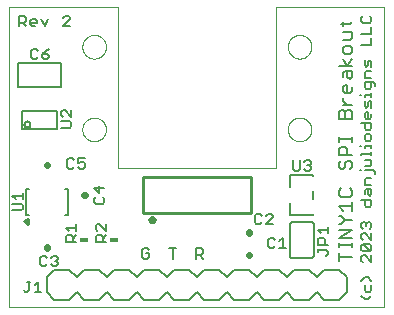
<source format=gto>
G75*
%MOIN*%
%OFA0B0*%
%FSLAX25Y25*%
%IPPOS*%
%LPD*%
%AMOC8*
5,1,8,0,0,1.08239X$1,22.5*
%
%ADD10C,0.00000*%
%ADD11C,0.00600*%
%ADD12C,0.00800*%
%ADD13C,0.02200*%
%ADD14C,0.00500*%
%ADD15C,0.01000*%
%ADD16R,0.03000X0.01800*%
D10*
X0009000Y0051500D02*
X0009000Y0151500D01*
X0045250Y0151500D01*
X0045250Y0098000D01*
X0097750Y0098000D01*
X0097750Y0151500D01*
X0134000Y0151500D01*
X0134000Y0051500D01*
X0009000Y0051500D01*
X0033313Y0110850D02*
X0033315Y0110975D01*
X0033321Y0111100D01*
X0033331Y0111224D01*
X0033345Y0111348D01*
X0033362Y0111472D01*
X0033384Y0111595D01*
X0033410Y0111717D01*
X0033439Y0111839D01*
X0033472Y0111959D01*
X0033510Y0112078D01*
X0033550Y0112197D01*
X0033595Y0112313D01*
X0033643Y0112428D01*
X0033695Y0112542D01*
X0033751Y0112654D01*
X0033810Y0112764D01*
X0033872Y0112872D01*
X0033938Y0112979D01*
X0034007Y0113083D01*
X0034080Y0113184D01*
X0034155Y0113284D01*
X0034234Y0113381D01*
X0034316Y0113475D01*
X0034401Y0113567D01*
X0034488Y0113656D01*
X0034579Y0113742D01*
X0034672Y0113825D01*
X0034768Y0113906D01*
X0034866Y0113983D01*
X0034966Y0114057D01*
X0035069Y0114128D01*
X0035174Y0114195D01*
X0035282Y0114260D01*
X0035391Y0114320D01*
X0035502Y0114378D01*
X0035615Y0114431D01*
X0035729Y0114481D01*
X0035845Y0114528D01*
X0035962Y0114570D01*
X0036081Y0114609D01*
X0036201Y0114645D01*
X0036322Y0114676D01*
X0036444Y0114704D01*
X0036566Y0114727D01*
X0036690Y0114747D01*
X0036814Y0114763D01*
X0036938Y0114775D01*
X0037063Y0114783D01*
X0037188Y0114787D01*
X0037312Y0114787D01*
X0037437Y0114783D01*
X0037562Y0114775D01*
X0037686Y0114763D01*
X0037810Y0114747D01*
X0037934Y0114727D01*
X0038056Y0114704D01*
X0038178Y0114676D01*
X0038299Y0114645D01*
X0038419Y0114609D01*
X0038538Y0114570D01*
X0038655Y0114528D01*
X0038771Y0114481D01*
X0038885Y0114431D01*
X0038998Y0114378D01*
X0039109Y0114320D01*
X0039219Y0114260D01*
X0039326Y0114195D01*
X0039431Y0114128D01*
X0039534Y0114057D01*
X0039634Y0113983D01*
X0039732Y0113906D01*
X0039828Y0113825D01*
X0039921Y0113742D01*
X0040012Y0113656D01*
X0040099Y0113567D01*
X0040184Y0113475D01*
X0040266Y0113381D01*
X0040345Y0113284D01*
X0040420Y0113184D01*
X0040493Y0113083D01*
X0040562Y0112979D01*
X0040628Y0112872D01*
X0040690Y0112764D01*
X0040749Y0112654D01*
X0040805Y0112542D01*
X0040857Y0112428D01*
X0040905Y0112313D01*
X0040950Y0112197D01*
X0040990Y0112078D01*
X0041028Y0111959D01*
X0041061Y0111839D01*
X0041090Y0111717D01*
X0041116Y0111595D01*
X0041138Y0111472D01*
X0041155Y0111348D01*
X0041169Y0111224D01*
X0041179Y0111100D01*
X0041185Y0110975D01*
X0041187Y0110850D01*
X0041185Y0110725D01*
X0041179Y0110600D01*
X0041169Y0110476D01*
X0041155Y0110352D01*
X0041138Y0110228D01*
X0041116Y0110105D01*
X0041090Y0109983D01*
X0041061Y0109861D01*
X0041028Y0109741D01*
X0040990Y0109622D01*
X0040950Y0109503D01*
X0040905Y0109387D01*
X0040857Y0109272D01*
X0040805Y0109158D01*
X0040749Y0109046D01*
X0040690Y0108936D01*
X0040628Y0108828D01*
X0040562Y0108721D01*
X0040493Y0108617D01*
X0040420Y0108516D01*
X0040345Y0108416D01*
X0040266Y0108319D01*
X0040184Y0108225D01*
X0040099Y0108133D01*
X0040012Y0108044D01*
X0039921Y0107958D01*
X0039828Y0107875D01*
X0039732Y0107794D01*
X0039634Y0107717D01*
X0039534Y0107643D01*
X0039431Y0107572D01*
X0039326Y0107505D01*
X0039218Y0107440D01*
X0039109Y0107380D01*
X0038998Y0107322D01*
X0038885Y0107269D01*
X0038771Y0107219D01*
X0038655Y0107172D01*
X0038538Y0107130D01*
X0038419Y0107091D01*
X0038299Y0107055D01*
X0038178Y0107024D01*
X0038056Y0106996D01*
X0037934Y0106973D01*
X0037810Y0106953D01*
X0037686Y0106937D01*
X0037562Y0106925D01*
X0037437Y0106917D01*
X0037312Y0106913D01*
X0037188Y0106913D01*
X0037063Y0106917D01*
X0036938Y0106925D01*
X0036814Y0106937D01*
X0036690Y0106953D01*
X0036566Y0106973D01*
X0036444Y0106996D01*
X0036322Y0107024D01*
X0036201Y0107055D01*
X0036081Y0107091D01*
X0035962Y0107130D01*
X0035845Y0107172D01*
X0035729Y0107219D01*
X0035615Y0107269D01*
X0035502Y0107322D01*
X0035391Y0107380D01*
X0035281Y0107440D01*
X0035174Y0107505D01*
X0035069Y0107572D01*
X0034966Y0107643D01*
X0034866Y0107717D01*
X0034768Y0107794D01*
X0034672Y0107875D01*
X0034579Y0107958D01*
X0034488Y0108044D01*
X0034401Y0108133D01*
X0034316Y0108225D01*
X0034234Y0108319D01*
X0034155Y0108416D01*
X0034080Y0108516D01*
X0034007Y0108617D01*
X0033938Y0108721D01*
X0033872Y0108828D01*
X0033810Y0108936D01*
X0033751Y0109046D01*
X0033695Y0109158D01*
X0033643Y0109272D01*
X0033595Y0109387D01*
X0033550Y0109503D01*
X0033510Y0109622D01*
X0033472Y0109741D01*
X0033439Y0109861D01*
X0033410Y0109983D01*
X0033384Y0110105D01*
X0033362Y0110228D01*
X0033345Y0110352D01*
X0033331Y0110476D01*
X0033321Y0110600D01*
X0033315Y0110725D01*
X0033313Y0110850D01*
X0033313Y0138410D02*
X0033315Y0138535D01*
X0033321Y0138660D01*
X0033331Y0138784D01*
X0033345Y0138908D01*
X0033362Y0139032D01*
X0033384Y0139155D01*
X0033410Y0139277D01*
X0033439Y0139399D01*
X0033472Y0139519D01*
X0033510Y0139638D01*
X0033550Y0139757D01*
X0033595Y0139873D01*
X0033643Y0139988D01*
X0033695Y0140102D01*
X0033751Y0140214D01*
X0033810Y0140324D01*
X0033872Y0140432D01*
X0033938Y0140539D01*
X0034007Y0140643D01*
X0034080Y0140744D01*
X0034155Y0140844D01*
X0034234Y0140941D01*
X0034316Y0141035D01*
X0034401Y0141127D01*
X0034488Y0141216D01*
X0034579Y0141302D01*
X0034672Y0141385D01*
X0034768Y0141466D01*
X0034866Y0141543D01*
X0034966Y0141617D01*
X0035069Y0141688D01*
X0035174Y0141755D01*
X0035282Y0141820D01*
X0035391Y0141880D01*
X0035502Y0141938D01*
X0035615Y0141991D01*
X0035729Y0142041D01*
X0035845Y0142088D01*
X0035962Y0142130D01*
X0036081Y0142169D01*
X0036201Y0142205D01*
X0036322Y0142236D01*
X0036444Y0142264D01*
X0036566Y0142287D01*
X0036690Y0142307D01*
X0036814Y0142323D01*
X0036938Y0142335D01*
X0037063Y0142343D01*
X0037188Y0142347D01*
X0037312Y0142347D01*
X0037437Y0142343D01*
X0037562Y0142335D01*
X0037686Y0142323D01*
X0037810Y0142307D01*
X0037934Y0142287D01*
X0038056Y0142264D01*
X0038178Y0142236D01*
X0038299Y0142205D01*
X0038419Y0142169D01*
X0038538Y0142130D01*
X0038655Y0142088D01*
X0038771Y0142041D01*
X0038885Y0141991D01*
X0038998Y0141938D01*
X0039109Y0141880D01*
X0039219Y0141820D01*
X0039326Y0141755D01*
X0039431Y0141688D01*
X0039534Y0141617D01*
X0039634Y0141543D01*
X0039732Y0141466D01*
X0039828Y0141385D01*
X0039921Y0141302D01*
X0040012Y0141216D01*
X0040099Y0141127D01*
X0040184Y0141035D01*
X0040266Y0140941D01*
X0040345Y0140844D01*
X0040420Y0140744D01*
X0040493Y0140643D01*
X0040562Y0140539D01*
X0040628Y0140432D01*
X0040690Y0140324D01*
X0040749Y0140214D01*
X0040805Y0140102D01*
X0040857Y0139988D01*
X0040905Y0139873D01*
X0040950Y0139757D01*
X0040990Y0139638D01*
X0041028Y0139519D01*
X0041061Y0139399D01*
X0041090Y0139277D01*
X0041116Y0139155D01*
X0041138Y0139032D01*
X0041155Y0138908D01*
X0041169Y0138784D01*
X0041179Y0138660D01*
X0041185Y0138535D01*
X0041187Y0138410D01*
X0041185Y0138285D01*
X0041179Y0138160D01*
X0041169Y0138036D01*
X0041155Y0137912D01*
X0041138Y0137788D01*
X0041116Y0137665D01*
X0041090Y0137543D01*
X0041061Y0137421D01*
X0041028Y0137301D01*
X0040990Y0137182D01*
X0040950Y0137063D01*
X0040905Y0136947D01*
X0040857Y0136832D01*
X0040805Y0136718D01*
X0040749Y0136606D01*
X0040690Y0136496D01*
X0040628Y0136388D01*
X0040562Y0136281D01*
X0040493Y0136177D01*
X0040420Y0136076D01*
X0040345Y0135976D01*
X0040266Y0135879D01*
X0040184Y0135785D01*
X0040099Y0135693D01*
X0040012Y0135604D01*
X0039921Y0135518D01*
X0039828Y0135435D01*
X0039732Y0135354D01*
X0039634Y0135277D01*
X0039534Y0135203D01*
X0039431Y0135132D01*
X0039326Y0135065D01*
X0039218Y0135000D01*
X0039109Y0134940D01*
X0038998Y0134882D01*
X0038885Y0134829D01*
X0038771Y0134779D01*
X0038655Y0134732D01*
X0038538Y0134690D01*
X0038419Y0134651D01*
X0038299Y0134615D01*
X0038178Y0134584D01*
X0038056Y0134556D01*
X0037934Y0134533D01*
X0037810Y0134513D01*
X0037686Y0134497D01*
X0037562Y0134485D01*
X0037437Y0134477D01*
X0037312Y0134473D01*
X0037188Y0134473D01*
X0037063Y0134477D01*
X0036938Y0134485D01*
X0036814Y0134497D01*
X0036690Y0134513D01*
X0036566Y0134533D01*
X0036444Y0134556D01*
X0036322Y0134584D01*
X0036201Y0134615D01*
X0036081Y0134651D01*
X0035962Y0134690D01*
X0035845Y0134732D01*
X0035729Y0134779D01*
X0035615Y0134829D01*
X0035502Y0134882D01*
X0035391Y0134940D01*
X0035281Y0135000D01*
X0035174Y0135065D01*
X0035069Y0135132D01*
X0034966Y0135203D01*
X0034866Y0135277D01*
X0034768Y0135354D01*
X0034672Y0135435D01*
X0034579Y0135518D01*
X0034488Y0135604D01*
X0034401Y0135693D01*
X0034316Y0135785D01*
X0034234Y0135879D01*
X0034155Y0135976D01*
X0034080Y0136076D01*
X0034007Y0136177D01*
X0033938Y0136281D01*
X0033872Y0136388D01*
X0033810Y0136496D01*
X0033751Y0136606D01*
X0033695Y0136718D01*
X0033643Y0136832D01*
X0033595Y0136947D01*
X0033550Y0137063D01*
X0033510Y0137182D01*
X0033472Y0137301D01*
X0033439Y0137421D01*
X0033410Y0137543D01*
X0033384Y0137665D01*
X0033362Y0137788D01*
X0033345Y0137912D01*
X0033331Y0138036D01*
X0033321Y0138160D01*
X0033315Y0138285D01*
X0033313Y0138410D01*
X0101813Y0138410D02*
X0101815Y0138535D01*
X0101821Y0138660D01*
X0101831Y0138784D01*
X0101845Y0138908D01*
X0101862Y0139032D01*
X0101884Y0139155D01*
X0101910Y0139277D01*
X0101939Y0139399D01*
X0101972Y0139519D01*
X0102010Y0139638D01*
X0102050Y0139757D01*
X0102095Y0139873D01*
X0102143Y0139988D01*
X0102195Y0140102D01*
X0102251Y0140214D01*
X0102310Y0140324D01*
X0102372Y0140432D01*
X0102438Y0140539D01*
X0102507Y0140643D01*
X0102580Y0140744D01*
X0102655Y0140844D01*
X0102734Y0140941D01*
X0102816Y0141035D01*
X0102901Y0141127D01*
X0102988Y0141216D01*
X0103079Y0141302D01*
X0103172Y0141385D01*
X0103268Y0141466D01*
X0103366Y0141543D01*
X0103466Y0141617D01*
X0103569Y0141688D01*
X0103674Y0141755D01*
X0103782Y0141820D01*
X0103891Y0141880D01*
X0104002Y0141938D01*
X0104115Y0141991D01*
X0104229Y0142041D01*
X0104345Y0142088D01*
X0104462Y0142130D01*
X0104581Y0142169D01*
X0104701Y0142205D01*
X0104822Y0142236D01*
X0104944Y0142264D01*
X0105066Y0142287D01*
X0105190Y0142307D01*
X0105314Y0142323D01*
X0105438Y0142335D01*
X0105563Y0142343D01*
X0105688Y0142347D01*
X0105812Y0142347D01*
X0105937Y0142343D01*
X0106062Y0142335D01*
X0106186Y0142323D01*
X0106310Y0142307D01*
X0106434Y0142287D01*
X0106556Y0142264D01*
X0106678Y0142236D01*
X0106799Y0142205D01*
X0106919Y0142169D01*
X0107038Y0142130D01*
X0107155Y0142088D01*
X0107271Y0142041D01*
X0107385Y0141991D01*
X0107498Y0141938D01*
X0107609Y0141880D01*
X0107719Y0141820D01*
X0107826Y0141755D01*
X0107931Y0141688D01*
X0108034Y0141617D01*
X0108134Y0141543D01*
X0108232Y0141466D01*
X0108328Y0141385D01*
X0108421Y0141302D01*
X0108512Y0141216D01*
X0108599Y0141127D01*
X0108684Y0141035D01*
X0108766Y0140941D01*
X0108845Y0140844D01*
X0108920Y0140744D01*
X0108993Y0140643D01*
X0109062Y0140539D01*
X0109128Y0140432D01*
X0109190Y0140324D01*
X0109249Y0140214D01*
X0109305Y0140102D01*
X0109357Y0139988D01*
X0109405Y0139873D01*
X0109450Y0139757D01*
X0109490Y0139638D01*
X0109528Y0139519D01*
X0109561Y0139399D01*
X0109590Y0139277D01*
X0109616Y0139155D01*
X0109638Y0139032D01*
X0109655Y0138908D01*
X0109669Y0138784D01*
X0109679Y0138660D01*
X0109685Y0138535D01*
X0109687Y0138410D01*
X0109685Y0138285D01*
X0109679Y0138160D01*
X0109669Y0138036D01*
X0109655Y0137912D01*
X0109638Y0137788D01*
X0109616Y0137665D01*
X0109590Y0137543D01*
X0109561Y0137421D01*
X0109528Y0137301D01*
X0109490Y0137182D01*
X0109450Y0137063D01*
X0109405Y0136947D01*
X0109357Y0136832D01*
X0109305Y0136718D01*
X0109249Y0136606D01*
X0109190Y0136496D01*
X0109128Y0136388D01*
X0109062Y0136281D01*
X0108993Y0136177D01*
X0108920Y0136076D01*
X0108845Y0135976D01*
X0108766Y0135879D01*
X0108684Y0135785D01*
X0108599Y0135693D01*
X0108512Y0135604D01*
X0108421Y0135518D01*
X0108328Y0135435D01*
X0108232Y0135354D01*
X0108134Y0135277D01*
X0108034Y0135203D01*
X0107931Y0135132D01*
X0107826Y0135065D01*
X0107718Y0135000D01*
X0107609Y0134940D01*
X0107498Y0134882D01*
X0107385Y0134829D01*
X0107271Y0134779D01*
X0107155Y0134732D01*
X0107038Y0134690D01*
X0106919Y0134651D01*
X0106799Y0134615D01*
X0106678Y0134584D01*
X0106556Y0134556D01*
X0106434Y0134533D01*
X0106310Y0134513D01*
X0106186Y0134497D01*
X0106062Y0134485D01*
X0105937Y0134477D01*
X0105812Y0134473D01*
X0105688Y0134473D01*
X0105563Y0134477D01*
X0105438Y0134485D01*
X0105314Y0134497D01*
X0105190Y0134513D01*
X0105066Y0134533D01*
X0104944Y0134556D01*
X0104822Y0134584D01*
X0104701Y0134615D01*
X0104581Y0134651D01*
X0104462Y0134690D01*
X0104345Y0134732D01*
X0104229Y0134779D01*
X0104115Y0134829D01*
X0104002Y0134882D01*
X0103891Y0134940D01*
X0103781Y0135000D01*
X0103674Y0135065D01*
X0103569Y0135132D01*
X0103466Y0135203D01*
X0103366Y0135277D01*
X0103268Y0135354D01*
X0103172Y0135435D01*
X0103079Y0135518D01*
X0102988Y0135604D01*
X0102901Y0135693D01*
X0102816Y0135785D01*
X0102734Y0135879D01*
X0102655Y0135976D01*
X0102580Y0136076D01*
X0102507Y0136177D01*
X0102438Y0136281D01*
X0102372Y0136388D01*
X0102310Y0136496D01*
X0102251Y0136606D01*
X0102195Y0136718D01*
X0102143Y0136832D01*
X0102095Y0136947D01*
X0102050Y0137063D01*
X0102010Y0137182D01*
X0101972Y0137301D01*
X0101939Y0137421D01*
X0101910Y0137543D01*
X0101884Y0137665D01*
X0101862Y0137788D01*
X0101845Y0137912D01*
X0101831Y0138036D01*
X0101821Y0138160D01*
X0101815Y0138285D01*
X0101813Y0138410D01*
X0101813Y0110850D02*
X0101815Y0110975D01*
X0101821Y0111100D01*
X0101831Y0111224D01*
X0101845Y0111348D01*
X0101862Y0111472D01*
X0101884Y0111595D01*
X0101910Y0111717D01*
X0101939Y0111839D01*
X0101972Y0111959D01*
X0102010Y0112078D01*
X0102050Y0112197D01*
X0102095Y0112313D01*
X0102143Y0112428D01*
X0102195Y0112542D01*
X0102251Y0112654D01*
X0102310Y0112764D01*
X0102372Y0112872D01*
X0102438Y0112979D01*
X0102507Y0113083D01*
X0102580Y0113184D01*
X0102655Y0113284D01*
X0102734Y0113381D01*
X0102816Y0113475D01*
X0102901Y0113567D01*
X0102988Y0113656D01*
X0103079Y0113742D01*
X0103172Y0113825D01*
X0103268Y0113906D01*
X0103366Y0113983D01*
X0103466Y0114057D01*
X0103569Y0114128D01*
X0103674Y0114195D01*
X0103782Y0114260D01*
X0103891Y0114320D01*
X0104002Y0114378D01*
X0104115Y0114431D01*
X0104229Y0114481D01*
X0104345Y0114528D01*
X0104462Y0114570D01*
X0104581Y0114609D01*
X0104701Y0114645D01*
X0104822Y0114676D01*
X0104944Y0114704D01*
X0105066Y0114727D01*
X0105190Y0114747D01*
X0105314Y0114763D01*
X0105438Y0114775D01*
X0105563Y0114783D01*
X0105688Y0114787D01*
X0105812Y0114787D01*
X0105937Y0114783D01*
X0106062Y0114775D01*
X0106186Y0114763D01*
X0106310Y0114747D01*
X0106434Y0114727D01*
X0106556Y0114704D01*
X0106678Y0114676D01*
X0106799Y0114645D01*
X0106919Y0114609D01*
X0107038Y0114570D01*
X0107155Y0114528D01*
X0107271Y0114481D01*
X0107385Y0114431D01*
X0107498Y0114378D01*
X0107609Y0114320D01*
X0107719Y0114260D01*
X0107826Y0114195D01*
X0107931Y0114128D01*
X0108034Y0114057D01*
X0108134Y0113983D01*
X0108232Y0113906D01*
X0108328Y0113825D01*
X0108421Y0113742D01*
X0108512Y0113656D01*
X0108599Y0113567D01*
X0108684Y0113475D01*
X0108766Y0113381D01*
X0108845Y0113284D01*
X0108920Y0113184D01*
X0108993Y0113083D01*
X0109062Y0112979D01*
X0109128Y0112872D01*
X0109190Y0112764D01*
X0109249Y0112654D01*
X0109305Y0112542D01*
X0109357Y0112428D01*
X0109405Y0112313D01*
X0109450Y0112197D01*
X0109490Y0112078D01*
X0109528Y0111959D01*
X0109561Y0111839D01*
X0109590Y0111717D01*
X0109616Y0111595D01*
X0109638Y0111472D01*
X0109655Y0111348D01*
X0109669Y0111224D01*
X0109679Y0111100D01*
X0109685Y0110975D01*
X0109687Y0110850D01*
X0109685Y0110725D01*
X0109679Y0110600D01*
X0109669Y0110476D01*
X0109655Y0110352D01*
X0109638Y0110228D01*
X0109616Y0110105D01*
X0109590Y0109983D01*
X0109561Y0109861D01*
X0109528Y0109741D01*
X0109490Y0109622D01*
X0109450Y0109503D01*
X0109405Y0109387D01*
X0109357Y0109272D01*
X0109305Y0109158D01*
X0109249Y0109046D01*
X0109190Y0108936D01*
X0109128Y0108828D01*
X0109062Y0108721D01*
X0108993Y0108617D01*
X0108920Y0108516D01*
X0108845Y0108416D01*
X0108766Y0108319D01*
X0108684Y0108225D01*
X0108599Y0108133D01*
X0108512Y0108044D01*
X0108421Y0107958D01*
X0108328Y0107875D01*
X0108232Y0107794D01*
X0108134Y0107717D01*
X0108034Y0107643D01*
X0107931Y0107572D01*
X0107826Y0107505D01*
X0107718Y0107440D01*
X0107609Y0107380D01*
X0107498Y0107322D01*
X0107385Y0107269D01*
X0107271Y0107219D01*
X0107155Y0107172D01*
X0107038Y0107130D01*
X0106919Y0107091D01*
X0106799Y0107055D01*
X0106678Y0107024D01*
X0106556Y0106996D01*
X0106434Y0106973D01*
X0106310Y0106953D01*
X0106186Y0106937D01*
X0106062Y0106925D01*
X0105937Y0106917D01*
X0105812Y0106913D01*
X0105688Y0106913D01*
X0105563Y0106917D01*
X0105438Y0106925D01*
X0105314Y0106937D01*
X0105190Y0106953D01*
X0105066Y0106973D01*
X0104944Y0106996D01*
X0104822Y0107024D01*
X0104701Y0107055D01*
X0104581Y0107091D01*
X0104462Y0107130D01*
X0104345Y0107172D01*
X0104229Y0107219D01*
X0104115Y0107269D01*
X0104002Y0107322D01*
X0103891Y0107380D01*
X0103781Y0107440D01*
X0103674Y0107505D01*
X0103569Y0107572D01*
X0103466Y0107643D01*
X0103366Y0107717D01*
X0103268Y0107794D01*
X0103172Y0107875D01*
X0103079Y0107958D01*
X0102988Y0108044D01*
X0102901Y0108133D01*
X0102816Y0108225D01*
X0102734Y0108319D01*
X0102655Y0108416D01*
X0102580Y0108516D01*
X0102507Y0108617D01*
X0102438Y0108721D01*
X0102372Y0108828D01*
X0102310Y0108936D01*
X0102251Y0109046D01*
X0102195Y0109158D01*
X0102143Y0109272D01*
X0102095Y0109387D01*
X0102050Y0109503D01*
X0102010Y0109622D01*
X0101972Y0109741D01*
X0101939Y0109861D01*
X0101910Y0109983D01*
X0101884Y0110105D01*
X0101862Y0110228D01*
X0101845Y0110352D01*
X0101831Y0110476D01*
X0101821Y0110600D01*
X0101815Y0110725D01*
X0101813Y0110850D01*
D11*
X0103540Y0100547D02*
X0103540Y0097712D01*
X0104107Y0097144D01*
X0105241Y0097144D01*
X0105809Y0097712D01*
X0105809Y0100547D01*
X0107223Y0099980D02*
X0107790Y0100547D01*
X0108925Y0100547D01*
X0109492Y0099980D01*
X0109492Y0099413D01*
X0108925Y0098846D01*
X0109492Y0098279D01*
X0109492Y0097712D01*
X0108925Y0097144D01*
X0107790Y0097144D01*
X0107223Y0097712D01*
X0108357Y0098846D02*
X0108925Y0098846D01*
X0096185Y0082703D02*
X0095050Y0082703D01*
X0094483Y0082136D01*
X0093069Y0082136D02*
X0092501Y0082703D01*
X0091367Y0082703D01*
X0090800Y0082136D01*
X0090800Y0079867D01*
X0091367Y0079300D01*
X0092501Y0079300D01*
X0093069Y0079867D01*
X0094483Y0079300D02*
X0096752Y0081569D01*
X0096752Y0082136D01*
X0096185Y0082703D01*
X0096752Y0079300D02*
X0094483Y0079300D01*
X0095867Y0074703D02*
X0095300Y0074136D01*
X0095300Y0071867D01*
X0095867Y0071300D01*
X0097001Y0071300D01*
X0097569Y0071867D01*
X0098983Y0071300D02*
X0101252Y0071300D01*
X0100117Y0071300D02*
X0100117Y0074703D01*
X0098983Y0073569D01*
X0097569Y0074136D02*
X0097001Y0074703D01*
X0095867Y0074703D01*
X0102500Y0079000D02*
X0102500Y0069000D01*
X0102502Y0068940D01*
X0102507Y0068879D01*
X0102516Y0068820D01*
X0102529Y0068761D01*
X0102545Y0068702D01*
X0102565Y0068645D01*
X0102588Y0068590D01*
X0102615Y0068535D01*
X0102644Y0068483D01*
X0102677Y0068432D01*
X0102713Y0068383D01*
X0102751Y0068337D01*
X0102793Y0068293D01*
X0102837Y0068251D01*
X0102883Y0068213D01*
X0102932Y0068177D01*
X0102983Y0068144D01*
X0103035Y0068115D01*
X0103090Y0068088D01*
X0103145Y0068065D01*
X0103202Y0068045D01*
X0103261Y0068029D01*
X0103320Y0068016D01*
X0103379Y0068007D01*
X0103440Y0068002D01*
X0103500Y0068000D01*
X0109500Y0068000D01*
X0109560Y0068002D01*
X0109621Y0068007D01*
X0109680Y0068016D01*
X0109739Y0068029D01*
X0109798Y0068045D01*
X0109855Y0068065D01*
X0109910Y0068088D01*
X0109965Y0068115D01*
X0110017Y0068144D01*
X0110068Y0068177D01*
X0110117Y0068213D01*
X0110163Y0068251D01*
X0110207Y0068293D01*
X0110249Y0068337D01*
X0110287Y0068383D01*
X0110323Y0068432D01*
X0110356Y0068483D01*
X0110385Y0068535D01*
X0110412Y0068590D01*
X0110435Y0068645D01*
X0110455Y0068702D01*
X0110471Y0068761D01*
X0110484Y0068820D01*
X0110493Y0068879D01*
X0110498Y0068940D01*
X0110500Y0069000D01*
X0110500Y0079000D01*
X0110498Y0079060D01*
X0110493Y0079121D01*
X0110484Y0079180D01*
X0110471Y0079239D01*
X0110455Y0079298D01*
X0110435Y0079355D01*
X0110412Y0079410D01*
X0110385Y0079465D01*
X0110356Y0079517D01*
X0110323Y0079568D01*
X0110287Y0079617D01*
X0110249Y0079663D01*
X0110207Y0079707D01*
X0110163Y0079749D01*
X0110117Y0079787D01*
X0110068Y0079823D01*
X0110017Y0079856D01*
X0109965Y0079885D01*
X0109910Y0079912D01*
X0109855Y0079935D01*
X0109798Y0079955D01*
X0109739Y0079971D01*
X0109680Y0079984D01*
X0109621Y0079993D01*
X0109560Y0079998D01*
X0109500Y0080000D01*
X0103500Y0080000D01*
X0103440Y0079998D01*
X0103379Y0079993D01*
X0103320Y0079984D01*
X0103261Y0079971D01*
X0103202Y0079955D01*
X0103145Y0079935D01*
X0103090Y0079912D01*
X0103035Y0079885D01*
X0102983Y0079856D01*
X0102932Y0079823D01*
X0102883Y0079787D01*
X0102837Y0079749D01*
X0102793Y0079707D01*
X0102751Y0079663D01*
X0102713Y0079617D01*
X0102677Y0079568D01*
X0102644Y0079517D01*
X0102615Y0079465D01*
X0102588Y0079410D01*
X0102565Y0079355D01*
X0102545Y0079298D01*
X0102529Y0079239D01*
X0102516Y0079180D01*
X0102507Y0079121D01*
X0102502Y0079060D01*
X0102500Y0079000D01*
X0111797Y0077301D02*
X0112931Y0076166D01*
X0112364Y0074752D02*
X0113499Y0074752D01*
X0114066Y0074185D01*
X0114066Y0072483D01*
X0115200Y0072483D02*
X0111797Y0072483D01*
X0111797Y0074185D01*
X0112364Y0074752D01*
X0111797Y0077301D02*
X0115200Y0077301D01*
X0115200Y0078435D02*
X0115200Y0076166D01*
X0114633Y0070501D02*
X0111797Y0070501D01*
X0111797Y0069934D02*
X0111797Y0071069D01*
X0114633Y0070501D02*
X0115200Y0069934D01*
X0115200Y0069367D01*
X0114633Y0068800D01*
X0126297Y0068279D02*
X0126297Y0067144D01*
X0126864Y0066577D01*
X0126297Y0068279D02*
X0126864Y0068846D01*
X0127431Y0068846D01*
X0129700Y0066577D01*
X0129700Y0068846D01*
X0129133Y0070260D02*
X0126864Y0072529D01*
X0129133Y0072529D01*
X0129700Y0071962D01*
X0129700Y0070827D01*
X0129133Y0070260D01*
X0126864Y0070260D01*
X0126297Y0070827D01*
X0126297Y0071962D01*
X0126864Y0072529D01*
X0126864Y0073943D02*
X0126297Y0074511D01*
X0126297Y0075645D01*
X0126864Y0076212D01*
X0127431Y0076212D01*
X0129700Y0073943D01*
X0129700Y0076212D01*
X0129133Y0077627D02*
X0129700Y0078194D01*
X0129700Y0079328D01*
X0129133Y0079895D01*
X0128566Y0079895D01*
X0127999Y0079328D01*
X0127999Y0078761D01*
X0127999Y0079328D02*
X0127431Y0079895D01*
X0126864Y0079895D01*
X0126297Y0079328D01*
X0126297Y0078194D01*
X0126864Y0077627D01*
X0127999Y0084993D02*
X0127431Y0085560D01*
X0127431Y0087261D01*
X0126297Y0087261D02*
X0129700Y0087261D01*
X0129700Y0085560D01*
X0129133Y0084993D01*
X0127999Y0084993D01*
X0129133Y0088676D02*
X0128566Y0089243D01*
X0128566Y0090945D01*
X0127999Y0090945D02*
X0129700Y0090945D01*
X0129700Y0089243D01*
X0129133Y0088676D01*
X0127431Y0089243D02*
X0127431Y0090377D01*
X0127999Y0090945D01*
X0127431Y0092359D02*
X0127431Y0094061D01*
X0127999Y0094628D01*
X0129700Y0094628D01*
X0130834Y0096042D02*
X0130834Y0096609D01*
X0130267Y0097177D01*
X0127431Y0097177D01*
X0126297Y0097177D02*
X0125730Y0097177D01*
X0127431Y0098498D02*
X0129133Y0098498D01*
X0129700Y0099065D01*
X0129700Y0100766D01*
X0127431Y0100766D01*
X0126297Y0102181D02*
X0126297Y0102748D01*
X0129700Y0102748D01*
X0129700Y0102181D02*
X0129700Y0103315D01*
X0129700Y0104636D02*
X0129700Y0105771D01*
X0129700Y0105203D02*
X0127431Y0105203D01*
X0127431Y0104636D01*
X0126297Y0105203D02*
X0125730Y0105203D01*
X0127999Y0107092D02*
X0129133Y0107092D01*
X0129700Y0107659D01*
X0129700Y0108793D01*
X0129133Y0109360D01*
X0127999Y0109360D01*
X0127431Y0108793D01*
X0127431Y0107659D01*
X0127999Y0107092D01*
X0127999Y0110775D02*
X0127431Y0111342D01*
X0127431Y0113043D01*
X0126297Y0113043D02*
X0129700Y0113043D01*
X0129700Y0111342D01*
X0129133Y0110775D01*
X0127999Y0110775D01*
X0127999Y0114458D02*
X0127431Y0115025D01*
X0127431Y0116159D01*
X0127999Y0116727D01*
X0128566Y0116727D01*
X0128566Y0114458D01*
X0129133Y0114458D02*
X0127999Y0114458D01*
X0129133Y0114458D02*
X0129700Y0115025D01*
X0129700Y0116159D01*
X0129700Y0118141D02*
X0129700Y0119843D01*
X0129133Y0120410D01*
X0128566Y0119843D01*
X0128566Y0118708D01*
X0127999Y0118141D01*
X0127431Y0118708D01*
X0127431Y0120410D01*
X0127431Y0121824D02*
X0127431Y0122391D01*
X0129700Y0122391D01*
X0129700Y0121824D02*
X0129700Y0122959D01*
X0129133Y0124280D02*
X0127999Y0124280D01*
X0127431Y0124847D01*
X0127431Y0126548D01*
X0130267Y0126548D01*
X0130834Y0125981D01*
X0130834Y0125414D01*
X0129700Y0124847D02*
X0129700Y0126548D01*
X0129700Y0127963D02*
X0127431Y0127963D01*
X0127431Y0129664D01*
X0127999Y0130231D01*
X0129700Y0130231D01*
X0129700Y0131646D02*
X0129700Y0133347D01*
X0129133Y0133915D01*
X0128566Y0133347D01*
X0128566Y0132213D01*
X0127999Y0131646D01*
X0127431Y0132213D01*
X0127431Y0133915D01*
X0126297Y0139012D02*
X0129700Y0139012D01*
X0129700Y0141281D01*
X0129700Y0142695D02*
X0129700Y0144964D01*
X0129133Y0146379D02*
X0129700Y0146946D01*
X0129700Y0148080D01*
X0129133Y0148647D01*
X0129133Y0146379D02*
X0126864Y0146379D01*
X0126297Y0146946D01*
X0126297Y0148080D01*
X0126864Y0148647D01*
X0126297Y0142695D02*
X0129700Y0142695D01*
X0129700Y0124847D02*
X0129133Y0124280D01*
X0126297Y0122391D02*
X0125730Y0122391D01*
X0127431Y0092359D02*
X0129700Y0092359D01*
X0128566Y0061573D02*
X0127431Y0061573D01*
X0126297Y0060439D01*
X0127431Y0059024D02*
X0127431Y0057323D01*
X0127999Y0056755D01*
X0129133Y0056755D01*
X0129700Y0057323D01*
X0129700Y0059024D01*
X0129700Y0060439D02*
X0128566Y0061573D01*
X0129700Y0055434D02*
X0128566Y0054300D01*
X0127431Y0054300D01*
X0126297Y0055434D01*
X0073569Y0067800D02*
X0072434Y0068934D01*
X0073001Y0068934D02*
X0071300Y0068934D01*
X0071300Y0067800D02*
X0071300Y0071203D01*
X0073001Y0071203D01*
X0073569Y0070636D01*
X0073569Y0069501D01*
X0073001Y0068934D01*
X0064569Y0071203D02*
X0062300Y0071203D01*
X0063434Y0071203D02*
X0063434Y0067800D01*
X0055569Y0068367D02*
X0055569Y0069501D01*
X0054434Y0069501D01*
X0053300Y0068367D02*
X0053867Y0067800D01*
X0055001Y0067800D01*
X0055569Y0068367D01*
X0055569Y0070636D02*
X0055001Y0071203D01*
X0053867Y0071203D01*
X0053300Y0070636D01*
X0053300Y0068367D01*
X0041200Y0073300D02*
X0037797Y0073300D01*
X0037797Y0075001D01*
X0038364Y0075569D01*
X0039499Y0075569D01*
X0040066Y0075001D01*
X0040066Y0073300D01*
X0040066Y0074434D02*
X0041200Y0075569D01*
X0041200Y0076983D02*
X0038931Y0079252D01*
X0038364Y0079252D01*
X0037797Y0078685D01*
X0037797Y0077550D01*
X0038364Y0076983D01*
X0041200Y0076983D02*
X0041200Y0079252D01*
X0040133Y0085934D02*
X0037864Y0085934D01*
X0037297Y0086501D01*
X0037297Y0087635D01*
X0037864Y0088202D01*
X0038999Y0089617D02*
X0038999Y0091885D01*
X0040700Y0091318D02*
X0037297Y0091318D01*
X0038999Y0089617D01*
X0040133Y0088202D02*
X0040700Y0087635D01*
X0040700Y0086501D01*
X0040133Y0085934D01*
X0031200Y0079252D02*
X0031200Y0076983D01*
X0031200Y0078117D02*
X0027797Y0078117D01*
X0028931Y0076983D01*
X0028364Y0075569D02*
X0029499Y0075569D01*
X0030066Y0075001D01*
X0030066Y0073300D01*
X0031200Y0073300D02*
X0027797Y0073300D01*
X0027797Y0075001D01*
X0028364Y0075569D01*
X0030066Y0074434D02*
X0031200Y0075569D01*
X0024685Y0068703D02*
X0025252Y0068136D01*
X0025252Y0067569D01*
X0024685Y0067001D01*
X0025252Y0066434D01*
X0025252Y0065867D01*
X0024685Y0065300D01*
X0023550Y0065300D01*
X0022983Y0065867D01*
X0021569Y0065867D02*
X0021001Y0065300D01*
X0019867Y0065300D01*
X0019300Y0065867D01*
X0019300Y0068136D01*
X0019867Y0068703D01*
X0021001Y0068703D01*
X0021569Y0068136D01*
X0022983Y0068136D02*
X0023550Y0068703D01*
X0024685Y0068703D01*
X0024685Y0067001D02*
X0024117Y0067001D01*
X0018551Y0060003D02*
X0018551Y0056600D01*
X0017417Y0056600D02*
X0019685Y0056600D01*
X0017417Y0058869D02*
X0018551Y0060003D01*
X0016002Y0060003D02*
X0014868Y0060003D01*
X0015435Y0060003D02*
X0015435Y0057167D01*
X0014868Y0056600D01*
X0014301Y0056600D01*
X0013734Y0057167D01*
X0012823Y0083841D02*
X0009987Y0083841D01*
X0009987Y0086110D02*
X0012823Y0086110D01*
X0013390Y0085543D01*
X0013390Y0084409D01*
X0012823Y0083841D01*
X0013390Y0087525D02*
X0013390Y0089793D01*
X0013390Y0088659D02*
X0009987Y0088659D01*
X0011121Y0087525D01*
X0028300Y0098367D02*
X0028867Y0097800D01*
X0030001Y0097800D01*
X0030569Y0098367D01*
X0031983Y0098367D02*
X0032550Y0097800D01*
X0033685Y0097800D01*
X0034252Y0098367D01*
X0034252Y0099501D01*
X0033685Y0100069D01*
X0033117Y0100069D01*
X0031983Y0099501D01*
X0031983Y0101203D01*
X0034252Y0101203D01*
X0030569Y0100636D02*
X0030001Y0101203D01*
X0028867Y0101203D01*
X0028300Y0100636D01*
X0028300Y0098367D01*
X0029133Y0111300D02*
X0026297Y0111300D01*
X0026297Y0113569D02*
X0029133Y0113569D01*
X0029700Y0113001D01*
X0029700Y0111867D01*
X0029133Y0111300D01*
X0029700Y0114983D02*
X0027431Y0117252D01*
X0026864Y0117252D01*
X0026297Y0116685D01*
X0026297Y0115550D01*
X0026864Y0114983D01*
X0029700Y0114983D02*
X0029700Y0117252D01*
X0021685Y0134300D02*
X0020550Y0134300D01*
X0019983Y0134867D01*
X0019983Y0136001D01*
X0021685Y0136001D01*
X0022252Y0135434D01*
X0022252Y0134867D01*
X0021685Y0134300D01*
X0019983Y0136001D02*
X0021117Y0137136D01*
X0022252Y0137703D01*
X0018569Y0137136D02*
X0018001Y0137703D01*
X0016867Y0137703D01*
X0016300Y0137136D01*
X0016300Y0134867D01*
X0016867Y0134300D01*
X0018001Y0134300D01*
X0018569Y0134867D01*
X0017685Y0145300D02*
X0016550Y0145300D01*
X0015983Y0145867D01*
X0015983Y0147001D01*
X0016550Y0147569D01*
X0017685Y0147569D01*
X0018252Y0147001D01*
X0018252Y0146434D01*
X0015983Y0146434D01*
X0014569Y0147001D02*
X0014569Y0148136D01*
X0014001Y0148703D01*
X0012300Y0148703D01*
X0012300Y0145300D01*
X0012300Y0146434D02*
X0014001Y0146434D01*
X0014569Y0147001D01*
X0013434Y0146434D02*
X0014569Y0145300D01*
X0019666Y0147569D02*
X0020801Y0145300D01*
X0021935Y0147569D01*
X0027033Y0148136D02*
X0027600Y0148703D01*
X0028734Y0148703D01*
X0029301Y0148136D01*
X0029301Y0147569D01*
X0027033Y0145300D01*
X0029301Y0145300D01*
D12*
X0029000Y0064000D02*
X0024000Y0064000D01*
X0021500Y0061500D01*
X0021500Y0056500D01*
X0024000Y0054000D01*
X0029000Y0054000D01*
X0031500Y0056500D01*
X0034000Y0054000D01*
X0039000Y0054000D01*
X0041500Y0056500D01*
X0044000Y0054000D01*
X0049000Y0054000D01*
X0051500Y0056500D01*
X0054000Y0054000D01*
X0059000Y0054000D01*
X0061500Y0056500D01*
X0064000Y0054000D01*
X0069000Y0054000D01*
X0071500Y0056500D01*
X0074000Y0054000D01*
X0079000Y0054000D01*
X0081500Y0056500D01*
X0084000Y0054000D01*
X0089000Y0054000D01*
X0091500Y0056500D01*
X0094000Y0054000D01*
X0099000Y0054000D01*
X0101500Y0056500D01*
X0104000Y0054000D01*
X0109000Y0054000D01*
X0111500Y0056500D01*
X0114000Y0054000D01*
X0119000Y0054000D01*
X0121500Y0056500D01*
X0121500Y0061500D01*
X0119000Y0064000D01*
X0114000Y0064000D01*
X0111500Y0061500D01*
X0109000Y0064000D01*
X0104000Y0064000D01*
X0101500Y0061500D01*
X0099000Y0064000D01*
X0094000Y0064000D01*
X0091500Y0061500D01*
X0089000Y0064000D01*
X0084000Y0064000D01*
X0081500Y0061500D01*
X0079000Y0064000D01*
X0074000Y0064000D01*
X0071500Y0061500D01*
X0069000Y0064000D01*
X0064000Y0064000D01*
X0061500Y0061500D01*
X0059000Y0064000D01*
X0054000Y0064000D01*
X0051500Y0061500D01*
X0049000Y0064000D01*
X0044000Y0064000D01*
X0041500Y0061500D01*
X0039000Y0064000D01*
X0034000Y0064000D01*
X0031500Y0061500D01*
X0029000Y0064000D01*
X0118896Y0066900D02*
X0118896Y0069702D01*
X0118896Y0068301D02*
X0123100Y0068301D01*
X0123100Y0071504D02*
X0123100Y0072905D01*
X0123100Y0072205D02*
X0118896Y0072205D01*
X0118896Y0072905D02*
X0118896Y0071504D01*
X0118896Y0074573D02*
X0123100Y0077376D01*
X0118896Y0077376D01*
X0118896Y0079177D02*
X0119597Y0079177D01*
X0120998Y0080578D01*
X0123100Y0080578D01*
X0120998Y0080578D02*
X0119597Y0081980D01*
X0118896Y0081980D01*
X0120298Y0083781D02*
X0118896Y0085182D01*
X0123100Y0085182D01*
X0123100Y0083781D02*
X0123100Y0086583D01*
X0122399Y0088385D02*
X0123100Y0089086D01*
X0123100Y0090487D01*
X0122399Y0091187D01*
X0119597Y0091187D02*
X0118896Y0090487D01*
X0118896Y0089086D01*
X0119597Y0088385D01*
X0122399Y0088385D01*
X0122399Y0097593D02*
X0123100Y0098293D01*
X0123100Y0099695D01*
X0122399Y0100395D01*
X0121699Y0100395D01*
X0120998Y0099695D01*
X0120998Y0098293D01*
X0120298Y0097593D01*
X0119597Y0097593D01*
X0118896Y0098293D01*
X0118896Y0099695D01*
X0119597Y0100395D01*
X0118896Y0102197D02*
X0118896Y0104299D01*
X0119597Y0104999D01*
X0120998Y0104999D01*
X0121699Y0104299D01*
X0121699Y0102197D01*
X0123100Y0102197D02*
X0118896Y0102197D01*
X0118896Y0106801D02*
X0118896Y0108202D01*
X0118896Y0107501D02*
X0123100Y0107501D01*
X0123100Y0106801D02*
X0123100Y0108202D01*
X0123100Y0114474D02*
X0118896Y0114474D01*
X0118896Y0116576D01*
X0119597Y0117276D01*
X0120298Y0117276D01*
X0120998Y0116576D01*
X0120998Y0114474D01*
X0120998Y0116576D02*
X0121699Y0117276D01*
X0122399Y0117276D01*
X0123100Y0116576D01*
X0123100Y0114474D01*
X0123100Y0119078D02*
X0120298Y0119078D01*
X0121699Y0119078D02*
X0120298Y0120479D01*
X0120298Y0121180D01*
X0120998Y0122914D02*
X0120298Y0123615D01*
X0120298Y0125016D01*
X0120998Y0125717D01*
X0121699Y0125717D01*
X0121699Y0122914D01*
X0122399Y0122914D02*
X0120998Y0122914D01*
X0122399Y0122914D02*
X0123100Y0123615D01*
X0123100Y0125016D01*
X0122399Y0127518D02*
X0121699Y0128219D01*
X0121699Y0130321D01*
X0120998Y0130321D02*
X0120298Y0129620D01*
X0120298Y0128219D01*
X0122399Y0127518D02*
X0123100Y0128219D01*
X0123100Y0130321D01*
X0120998Y0130321D01*
X0121699Y0132122D02*
X0120298Y0134224D01*
X0120998Y0135959D02*
X0122399Y0135959D01*
X0123100Y0136659D01*
X0123100Y0138061D01*
X0122399Y0138761D01*
X0120998Y0138761D01*
X0120298Y0138061D01*
X0120298Y0136659D01*
X0120998Y0135959D01*
X0123100Y0134224D02*
X0121699Y0132122D01*
X0123100Y0132122D02*
X0118896Y0132122D01*
X0120298Y0140563D02*
X0122399Y0140563D01*
X0123100Y0141263D01*
X0123100Y0143365D01*
X0120298Y0143365D01*
X0120298Y0145167D02*
X0120298Y0146568D01*
X0119597Y0145867D02*
X0122399Y0145867D01*
X0123100Y0146568D01*
X0123100Y0074573D02*
X0118896Y0074573D01*
D13*
X0089000Y0076380D02*
X0089000Y0076620D01*
X0089000Y0069120D02*
X0089000Y0068880D01*
X0034120Y0089000D02*
X0033880Y0089000D01*
X0021500Y0098880D02*
X0021500Y0099120D01*
X0021500Y0071620D02*
X0021500Y0071380D01*
D14*
X0015594Y0082169D02*
X0014413Y0082169D01*
X0014413Y0090831D01*
X0015594Y0090831D01*
X0027406Y0090831D02*
X0028587Y0090831D01*
X0028587Y0082169D01*
X0027406Y0082169D01*
X0024709Y0110850D02*
X0013291Y0110850D01*
X0013291Y0117150D01*
X0024709Y0117150D01*
X0024709Y0110850D01*
X0014000Y0112500D02*
X0014002Y0112563D01*
X0014008Y0112625D01*
X0014018Y0112687D01*
X0014031Y0112749D01*
X0014049Y0112809D01*
X0014070Y0112868D01*
X0014095Y0112926D01*
X0014124Y0112982D01*
X0014156Y0113036D01*
X0014191Y0113088D01*
X0014229Y0113137D01*
X0014271Y0113185D01*
X0014315Y0113229D01*
X0014363Y0113271D01*
X0014412Y0113309D01*
X0014464Y0113344D01*
X0014518Y0113376D01*
X0014574Y0113405D01*
X0014632Y0113430D01*
X0014691Y0113451D01*
X0014751Y0113469D01*
X0014813Y0113482D01*
X0014875Y0113492D01*
X0014937Y0113498D01*
X0015000Y0113500D01*
X0015063Y0113498D01*
X0015125Y0113492D01*
X0015187Y0113482D01*
X0015249Y0113469D01*
X0015309Y0113451D01*
X0015368Y0113430D01*
X0015426Y0113405D01*
X0015482Y0113376D01*
X0015536Y0113344D01*
X0015588Y0113309D01*
X0015637Y0113271D01*
X0015685Y0113229D01*
X0015729Y0113185D01*
X0015771Y0113137D01*
X0015809Y0113088D01*
X0015844Y0113036D01*
X0015876Y0112982D01*
X0015905Y0112926D01*
X0015930Y0112868D01*
X0015951Y0112809D01*
X0015969Y0112749D01*
X0015982Y0112687D01*
X0015992Y0112625D01*
X0015998Y0112563D01*
X0016000Y0112500D01*
X0015998Y0112437D01*
X0015992Y0112375D01*
X0015982Y0112313D01*
X0015969Y0112251D01*
X0015951Y0112191D01*
X0015930Y0112132D01*
X0015905Y0112074D01*
X0015876Y0112018D01*
X0015844Y0111964D01*
X0015809Y0111912D01*
X0015771Y0111863D01*
X0015729Y0111815D01*
X0015685Y0111771D01*
X0015637Y0111729D01*
X0015588Y0111691D01*
X0015536Y0111656D01*
X0015482Y0111624D01*
X0015426Y0111595D01*
X0015368Y0111570D01*
X0015309Y0111549D01*
X0015249Y0111531D01*
X0015187Y0111518D01*
X0015125Y0111508D01*
X0015063Y0111502D01*
X0015000Y0111500D01*
X0014937Y0111502D01*
X0014875Y0111508D01*
X0014813Y0111518D01*
X0014751Y0111531D01*
X0014691Y0111549D01*
X0014632Y0111570D01*
X0014574Y0111595D01*
X0014518Y0111624D01*
X0014464Y0111656D01*
X0014412Y0111691D01*
X0014363Y0111729D01*
X0014315Y0111771D01*
X0014271Y0111815D01*
X0014229Y0111863D01*
X0014191Y0111912D01*
X0014156Y0111964D01*
X0014124Y0112018D01*
X0014095Y0112074D01*
X0014070Y0112132D01*
X0014049Y0112191D01*
X0014031Y0112251D01*
X0014018Y0112313D01*
X0014008Y0112375D01*
X0014002Y0112437D01*
X0014000Y0112500D01*
X0011913Y0125063D02*
X0011913Y0132937D01*
X0026087Y0132937D01*
X0026087Y0125063D01*
X0011913Y0125063D01*
X0102563Y0095693D02*
X0102563Y0091756D01*
X0102563Y0095693D02*
X0110043Y0095693D01*
X0110043Y0095299D01*
X0110043Y0090181D02*
X0110043Y0087819D01*
X0110043Y0082701D02*
X0110043Y0082307D01*
X0102563Y0082307D01*
X0102563Y0086244D01*
D15*
X0089610Y0082898D02*
X0053390Y0082898D01*
X0053390Y0095102D01*
X0089610Y0095102D01*
X0089610Y0082898D01*
X0056145Y0080732D02*
X0056147Y0080771D01*
X0056153Y0080810D01*
X0056163Y0080848D01*
X0056176Y0080885D01*
X0056193Y0080920D01*
X0056213Y0080954D01*
X0056237Y0080985D01*
X0056264Y0081014D01*
X0056293Y0081040D01*
X0056325Y0081063D01*
X0056359Y0081083D01*
X0056395Y0081099D01*
X0056432Y0081111D01*
X0056471Y0081120D01*
X0056510Y0081125D01*
X0056549Y0081126D01*
X0056588Y0081123D01*
X0056627Y0081116D01*
X0056664Y0081105D01*
X0056701Y0081091D01*
X0056736Y0081073D01*
X0056769Y0081052D01*
X0056800Y0081027D01*
X0056828Y0081000D01*
X0056853Y0080970D01*
X0056875Y0080937D01*
X0056894Y0080903D01*
X0056909Y0080867D01*
X0056921Y0080829D01*
X0056929Y0080791D01*
X0056933Y0080752D01*
X0056933Y0080712D01*
X0056929Y0080673D01*
X0056921Y0080635D01*
X0056909Y0080597D01*
X0056894Y0080561D01*
X0056875Y0080527D01*
X0056853Y0080494D01*
X0056828Y0080464D01*
X0056800Y0080437D01*
X0056769Y0080412D01*
X0056736Y0080391D01*
X0056701Y0080373D01*
X0056664Y0080359D01*
X0056627Y0080348D01*
X0056588Y0080341D01*
X0056549Y0080338D01*
X0056510Y0080339D01*
X0056471Y0080344D01*
X0056432Y0080353D01*
X0056395Y0080365D01*
X0056359Y0080381D01*
X0056325Y0080401D01*
X0056293Y0080424D01*
X0056264Y0080450D01*
X0056237Y0080479D01*
X0056213Y0080510D01*
X0056193Y0080544D01*
X0056176Y0080579D01*
X0056163Y0080616D01*
X0056153Y0080654D01*
X0056147Y0080693D01*
X0056145Y0080732D01*
X0055659Y0080732D02*
X0055661Y0080791D01*
X0055667Y0080849D01*
X0055677Y0080907D01*
X0055690Y0080964D01*
X0055708Y0081021D01*
X0055729Y0081076D01*
X0055754Y0081129D01*
X0055782Y0081180D01*
X0055813Y0081230D01*
X0055848Y0081277D01*
X0055886Y0081322D01*
X0055927Y0081365D01*
X0055971Y0081404D01*
X0056017Y0081440D01*
X0056065Y0081474D01*
X0056116Y0081504D01*
X0056169Y0081530D01*
X0056223Y0081553D01*
X0056278Y0081572D01*
X0056335Y0081588D01*
X0056393Y0081600D01*
X0056451Y0081608D01*
X0056510Y0081612D01*
X0056568Y0081612D01*
X0056627Y0081608D01*
X0056685Y0081600D01*
X0056743Y0081588D01*
X0056800Y0081572D01*
X0056855Y0081553D01*
X0056909Y0081530D01*
X0056962Y0081504D01*
X0057013Y0081474D01*
X0057061Y0081440D01*
X0057107Y0081404D01*
X0057151Y0081365D01*
X0057192Y0081322D01*
X0057230Y0081277D01*
X0057265Y0081230D01*
X0057296Y0081180D01*
X0057324Y0081129D01*
X0057349Y0081076D01*
X0057370Y0081021D01*
X0057388Y0080964D01*
X0057401Y0080907D01*
X0057411Y0080849D01*
X0057417Y0080791D01*
X0057419Y0080732D01*
X0057417Y0080673D01*
X0057411Y0080615D01*
X0057401Y0080557D01*
X0057388Y0080500D01*
X0057370Y0080443D01*
X0057349Y0080388D01*
X0057324Y0080335D01*
X0057296Y0080284D01*
X0057265Y0080234D01*
X0057230Y0080187D01*
X0057192Y0080142D01*
X0057151Y0080099D01*
X0057107Y0080060D01*
X0057061Y0080024D01*
X0057013Y0079990D01*
X0056962Y0079960D01*
X0056909Y0079934D01*
X0056855Y0079911D01*
X0056800Y0079892D01*
X0056743Y0079876D01*
X0056685Y0079864D01*
X0056627Y0079856D01*
X0056568Y0079852D01*
X0056510Y0079852D01*
X0056451Y0079856D01*
X0056393Y0079864D01*
X0056335Y0079876D01*
X0056278Y0079892D01*
X0056223Y0079911D01*
X0056169Y0079934D01*
X0056116Y0079960D01*
X0056065Y0079990D01*
X0056017Y0080024D01*
X0055971Y0080060D01*
X0055927Y0080099D01*
X0055886Y0080142D01*
X0055848Y0080187D01*
X0055813Y0080234D01*
X0055782Y0080284D01*
X0055754Y0080335D01*
X0055729Y0080388D01*
X0055708Y0080443D01*
X0055690Y0080500D01*
X0055677Y0080557D01*
X0055667Y0080615D01*
X0055661Y0080673D01*
X0055659Y0080732D01*
X0015201Y0080988D02*
X0015201Y0079413D01*
X0014020Y0080201D01*
X0015201Y0080988D01*
D16*
X0034000Y0074000D03*
X0044000Y0074000D03*
M02*

</source>
